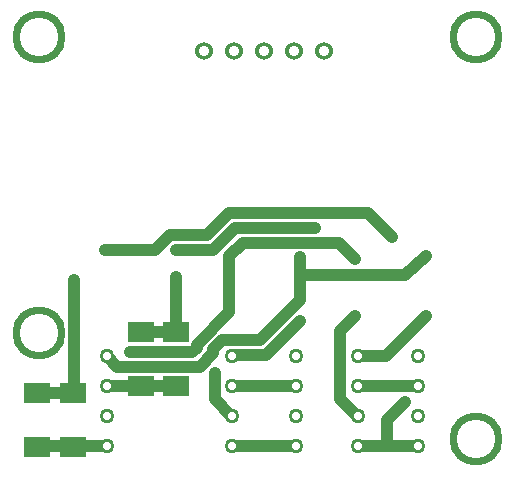
<source format=gbl>
G04 -- Generated By PCBWeb Designer*
%FSLAX24Y24*%
%MOIN*%
%OFA0B0*%
%SFA1.0B1.0*%
%AMROTRECT*21,1,$1,$2,0,0,$3*%
%AMROTOBLONG*1,1,$7,$1,$2*1,1,$7,$3,$4*21,1,$5,$6,0,0,$8*%
%ADD10C,0.025*%
%ADD11C,0.05*%
%ADD12C,0.028*%
%ADD13C,0.06*%
%ADD14C,0.006*%
%ADD15C,0.008*%
%ADD16C,0.024*%
%ADD17C,0.035*%
%ADD18C,0.07*%
%ADD19R,0.055X0.0433*%
%ADD20R,0.065X0.0533*%
%ADD21C,0.1772*%
%ADD22C,0.128*%
%ADD23C,0.1872*%
%ADD24R,0.0276X0.0236*%
%ADD25R,0.0376X0.0336*%
%ADD26C,0.01*%
%ADD27C,0.0039*%
%ADD28C,0.0199*%
%ADD29R,0.0787X0.0276*%
%ADD30R,0.0887X0.0376*%
%ADD31R,0.0433X0.055*%
%ADD32R,0.0533X0.065*%
%ADD33C,0.0059*%
%ADD34R,0.085X0.07*%
%ADD35R,0.095X0.08*%
%ADD36C,0.0394*%
%ADD37C,0.0*%
%ADD38C,0.0258*%
%ADD39C,0.0059*%
%ADD40C,0.0098*%
%ADD41C,0.0276*%
G01*
%LNSTD*%
%LPD*%
G54D11*
X3051Y3937D03*
X3051Y2937D03*
X3051Y1937D03*
X3051Y937D03*
X13435Y935D03*
X13435Y1935D03*
X13435Y2935D03*
X13435Y3935D03*
X11418Y935D03*
X11418Y1935D03*
X11418Y2935D03*
X11418Y3935D03*
X9351Y935D03*
X9351Y1935D03*
X9351Y2935D03*
X9351Y3935D03*
X7235Y935D03*
X7235Y1935D03*
X7235Y2935D03*
X7235Y3935D03*
G54D13*
X10286Y14124D03*
X9286Y14124D03*
X8286Y14124D03*
X7286Y14124D03*
X6286Y14124D03*
G54D21*
X787Y4724D03*
X787Y14567D03*
X15354Y1181D03*
X15354Y14567D03*
G54D34*
X1919Y921D03*
X1919Y2721D03*
X738Y2721D03*
X738Y921D03*
X5364Y4739D03*
X5364Y2939D03*
X4183Y2939D03*
X4183Y4739D03*
G54D36*
X3051Y937D02*
X738Y937D01*
X11319Y7185D02*
X10778Y7727D01*
G54D38*
X11319Y7185D03*
G54D36*
X10778Y7727D02*
X7579Y7727D01*
X7136Y7284D01*
X3839Y4085D02*
X5906Y4085D01*
G54D38*
X3839Y4085D03*
G54D36*
X5906Y4085D02*
X6053Y4232D01*
X6053Y4331D01*
X7136Y5414D01*
X7136Y7234D01*
G54D38*
X7136Y7234D03*
G54D36*
X3051Y2937D02*
X5364Y2937D01*
X13681Y7284D02*
X12992Y6644D01*
G54D38*
X13681Y7284D03*
G54D36*
X12992Y6644D02*
X9498Y6644D01*
X9498Y7234D02*
X9498Y5807D01*
G54D38*
X9498Y7234D03*
G54D36*
X9498Y5807D02*
X8170Y4478D01*
X6890Y4478D01*
X6595Y4183D01*
X6595Y4036D01*
X6152Y3593D01*
X3396Y3593D01*
X3051Y3937D01*
X11418Y935D02*
X13435Y935D01*
X3002Y7481D02*
X4675Y7481D01*
G54D38*
X3002Y7481D03*
G54D36*
X4675Y7481D02*
X5167Y7973D01*
X6398Y7973D01*
X7136Y8711D01*
X11762Y8711D01*
X12550Y7923D01*
G54D38*
X12550Y7923D03*
G54D36*
X12993Y2411D02*
X12402Y1821D01*
G54D38*
X12993Y2411D03*
G54D36*
X12402Y1821D02*
X12402Y935D01*
X11418Y2935D02*
X13435Y2935D01*
X9990Y8219D02*
X7333Y8219D01*
G54D38*
X9990Y8219D03*
G54D36*
X7333Y8219D02*
X6595Y7481D01*
X5364Y7481D01*
G54D38*
X5364Y7481D03*
G54D36*
X7235Y935D02*
X9351Y935D01*
X7235Y2935D02*
X9351Y2935D01*
X11319Y5266D02*
X10827Y4774D01*
G54D38*
X11319Y5266D03*
G54D36*
X10827Y4774D02*
X10827Y2510D01*
X11368Y1969D01*
X11418Y1935D01*
X11418Y3935D02*
X12353Y3935D01*
X13681Y5266D01*
G54D38*
X13681Y5266D03*
G54D36*
X7235Y1935D02*
X7235Y1919D01*
X6644Y2510D01*
X6644Y3396D01*
G54D38*
X6644Y3396D03*
G54D36*
X7235Y3935D02*
X7284Y3986D01*
X8366Y3986D01*
X9498Y5118D01*
G54D38*
X9498Y5118D03*
G54D36*
X738Y2721D02*
X1919Y2721D01*
X1919Y2721D01*
X1969Y6496D02*
X1969Y2854D01*
G54D38*
X1969Y6496D03*
G54D36*
X1969Y2854D02*
X1919Y2721D01*
X4183Y4739D02*
X5364Y4739D01*
X5364Y6595D02*
X5364Y4725D01*
G54D38*
X5364Y6595D03*
G54D36*
X5364Y4725D02*
X5364Y4739D01*
%LNERASE*%
%LPC*%
G54D12*
X3051Y3937D03*
X3051Y2937D03*
X3051Y1937D03*
X3051Y937D03*
X13435Y935D03*
X13435Y1935D03*
X13435Y2935D03*
X13435Y3935D03*
X11418Y935D03*
X11418Y1935D03*
X11418Y2935D03*
X11418Y3935D03*
X9351Y935D03*
X9351Y1935D03*
X9351Y2935D03*
X9351Y3935D03*
X7235Y935D03*
X7235Y1935D03*
X7235Y2935D03*
X7235Y3935D03*
G54D17*
X10286Y14124D03*
X9286Y14124D03*
X8286Y14124D03*
X7286Y14124D03*
X6286Y14124D03*
G54D22*
X787Y4724D03*
X787Y14567D03*
X15354Y1181D03*
X15354Y14567D03*
M02*

</source>
